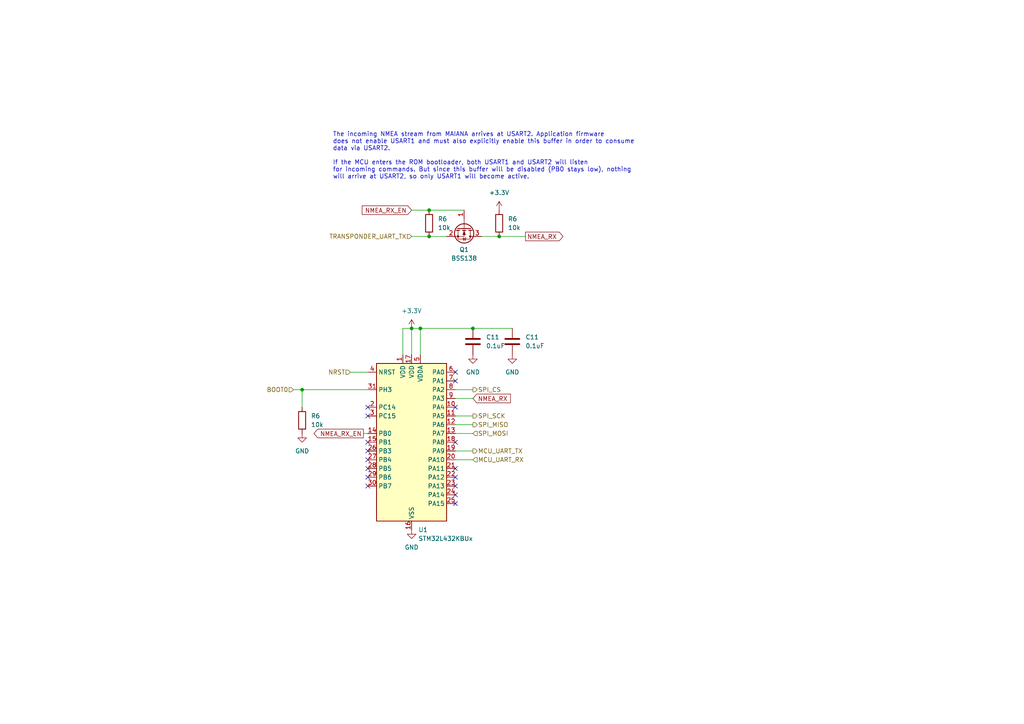
<source format=kicad_sch>
(kicad_sch (version 20230121) (generator eeschema)
  (paper "A4")
  (title_block (title "MAIANA NMEA2000 Adapter") (date "2023-09-23") (rev "8") (company "Maverick Labs LLC"))
  (lib_symbols
    (symbol "Device:C" (pin_numbers hide) (pin_names (offset 0.254))
      (property "Reference" "C" (at 0.635 2.54 0))
      (property "Value" "C" (at 0.635 -2.54 0))
      (symbol "C_0_1"
        (polyline (pts (xy -2.032 -0.762) (xy 2.032 -0.762)) (stroke (width 0.508)))
        (polyline (pts (xy -2.032 0.762) (xy 2.032 0.762)) (stroke (width 0.508)))
      )
      (symbol "C_1_1"
        (pin passive line (at 0 3.81 270) (length 2.794) (name "~") (number "1"))
        (pin passive line (at 0 -3.81 90) (length 2.794) (name "~") (number "2"))
      )
    )
    (symbol "Device:R" (pin_numbers hide) (pin_names (offset 0))
      (property "Reference" "R" (at 2.032 0 90))
      (property "Value" "R" (at 0 0 90))
      (symbol "R_0_1"
        (rectangle (start -1.016 -2.54) (end 1.016 2.54) (stroke (width 0.254)))
      )
      (symbol "R_1_1"
        (pin passive line (at 0 3.81 270) (length 1.27) (name "~") (number "1"))
        (pin passive line (at 0 -3.81 90) (length 1.27) (name "~") (number "2"))
      )
    )
    (symbol "MCU_ST_STM32L4:STM32L432KBUx"
      (property "Reference" "U" (at -10.16 24.13 0))
      (property "Value" "STM32L432KBUx" (at 5.08 24.13 0))
      (symbol "STM32L432KBUx_0_1"
        (rectangle (start -10.16 -22.86) (end 10.16 22.86) (stroke (width 0.254)) (fill (type background)))
      )
      (symbol "STM32L432KBUx_1_1"
        (pin power_in line (at -2.54 25.4 270) (length 2.54) (name "VDD") (number "1"))
        (pin bidirectional line (at 12.7 10.16 180) (length 2.54) (name "PA4") (number "10"))
        (pin bidirectional line (at 12.7 7.62 180) (length 2.54) (name "PA5") (number "11"))
        (pin bidirectional line (at 12.7 5.08 180) (length 2.54) (name "PA6") (number "12"))
        (pin bidirectional line (at 12.7 2.54 180) (length 2.54) (name "PA7") (number "13"))
        (pin bidirectional line (at -12.7 2.54 0) (length 2.54) (name "PB0") (number "14"))
        (pin bidirectional line (at -12.7 0 0) (length 2.54) (name "PB1") (number "15"))
        (pin power_in line (at 0 -25.4 90) (length 2.54) (name "VSS") (number "16"))
        (pin power_in line (at 0 25.4 270) (length 2.54) (name "VDD") (number "17"))
        (pin bidirectional line (at 12.7 0 180) (length 2.54) (name "PA8") (number "18"))
        (pin bidirectional line (at 12.7 -2.54 180) (length 2.54) (name "PA9") (number "19"))
        (pin bidirectional line (at -12.7 10.16 0) (length 2.54) (name "PC14") (number "2"))
        (pin bidirectional line (at 12.7 -5.08 180) (length 2.54) (name "PA10") (number "20"))
        (pin bidirectional line (at 12.7 -7.62 180) (length 2.54) (name "PA11") (number "21"))
        (pin bidirectional line (at 12.7 -10.16 180) (length 2.54) (name "PA12") (number "22"))
        (pin bidirectional line (at 12.7 -12.7 180) (length 2.54) (name "PA13") (number "23"))
        (pin bidirectional line (at 12.7 -15.24 180) (length 2.54) (name "PA14") (number "24"))
        (pin bidirectional line (at 12.7 -17.78 180) (length 2.54) (name "PA15") (number "25"))
        (pin bidirectional line (at -12.7 -2.54 0) (length 2.54) (name "PB3") (number "26"))
        (pin bidirectional line (at -12.7 -5.08 0) (length 2.54) (name "PB4") (number "27"))
        (pin bidirectional line (at -12.7 -7.62 0) (length 2.54) (name "PB5") (number "28"))
        (pin bidirectional line (at -12.7 -10.16 0) (length 2.54) (name "PB6") (number "29"))
        (pin bidirectional line (at -12.7 7.62 0) (length 2.54) (name "PC15") (number "3"))
        (pin bidirectional line (at -12.7 -12.7 0) (length 2.54) (name "PB7") (number "30"))
        (pin bidirectional line (at -12.7 15.24 0) (length 2.54) (name "PH3") (number "31"))
        (pin passive line (at 0 -25.4 90) (length 2.54) hide (name "VSS") (number "32"))
        (pin passive line (at 0 -25.4 90) (length 2.54) hide (name "VSS") (number "33"))
        (pin input line (at -12.7 20.32 0) (length 2.54) (name "NRST") (number "4"))
        (pin power_in line (at 2.54 25.4 270) (length 2.54) (name "VDDA") (number "5"))
        (pin bidirectional line (at 12.7 20.32 180) (length 2.54) (name "PA0") (number "6"))
        (pin bidirectional line (at 12.7 17.78 180) (length 2.54) (name "PA1") (number "7"))
        (pin bidirectional line (at 12.7 15.24 180) (length 2.54) (name "PA2") (number "8"))
        (pin bidirectional line (at 12.7 12.7 180) (length 2.54) (name "PA3") (number "9"))
      )
    )
    (symbol "Transistor_FET:BSS138" (pin_names hide)
      (property "Reference" "Q" (at 5.08 1.905 0))
      (property "Value" "BSS138" (at 5.08 0 0))
      (symbol "BSS138_0_1"
        (polyline (pts (xy 0.254 0) (xy -2.54 0)))
        (polyline (pts (xy 0.254 1.905) (xy 0.254 -1.905)) (stroke (width 0.254)))
        (polyline (pts (xy 0.762 -1.27) (xy 0.762 -2.286)) (stroke (width 0.254)))
        (polyline (pts (xy 0.762 0.508) (xy 0.762 -0.508)) (stroke (width 0.254)))
        (polyline (pts (xy 0.762 2.286) (xy 0.762 1.27)) (stroke (width 0.254)))
        (polyline (pts (xy 2.54 2.54) (xy 2.54 1.778)))
        (polyline (pts (xy 2.54 -2.54) (xy 2.54 0) (xy 0.762 0)))
        (polyline (pts (xy 0.762 -1.778) (xy 3.302 -1.778) (xy 3.302 1.778) (xy 0.762 1.778)))
        (polyline (pts (xy 1.016 0) (xy 2.032 0.381) (xy 2.032 -0.381) (xy 1.016 0)) (fill (type outline)))
        (polyline (pts (xy 2.794 0.508) (xy 2.921 0.381) (xy 3.683 0.381) (xy 3.81 0.254)))
        (polyline (pts (xy 3.302 0.381) (xy 2.921 -0.254) (xy 3.683 -0.254) (xy 3.302 0.381)))
        (circle (center 1.651 0) (radius 2.794) (stroke (width 0.254)))
        (circle (center 2.54 -1.778) (radius 0.254) (fill (type outline)))
        (circle (center 2.54 1.778) (radius 0.254) (fill (type outline)))
      )
      (symbol "BSS138_1_1"
        (pin input line (at -5.08 0 0) (length 2.54) (name "G") (number "1"))
        (pin passive line (at 2.54 -5.08 90) (length 2.54) (name "S") (number "2"))
        (pin passive line (at 2.54 5.08 270) (length 2.54) (name "D") (number "3"))
      )
    )
    (symbol "power:+3.3V" (power) (pin_names (offset 0))
      (property "Value" "+3.3V" (at 0 3.556 0))
      (symbol "+3.3V_0_1"
        (polyline (pts (xy -0.762 1.27) (xy 0 2.54)))
        (polyline (pts (xy 0 0) (xy 0 2.54)))
        (polyline (pts (xy 0 2.54) (xy 0.762 1.27)))
      )
      (symbol "+3.3V_1_1"
        (pin power_in line (at 0 0 90) (length 0) hide (name "+3.3V") (number "1"))
      )
    )
    (symbol "power:GND" (power) (pin_names (offset 0))
      (property "Value" "GND" (at 0 -3.81 0))
      (symbol "GND_0_1"
        (polyline (pts (xy 0 0) (xy 0 -1.27) (xy 1.27 -1.27) (xy 0 -2.54) (xy -1.27 -1.27) (xy 0 -1.27)))
      )
      (symbol "GND_1_1"
        (pin power_in line (at 0 0 270) (length 0) hide (name "GND") (number "1"))
      )
    )
  )
  (junction (at 124.46 68.58))
  (junction (at 87.63 113.03))
  (junction (at 119.38 95.25))
  (junction (at 144.78 68.58))
  (junction (at 124.46 60.96))
  (junction (at 137.16 95.25))
  (junction (at 121.92 95.25))
  (no_connect (at 132.08 135.89))
  (no_connect (at 132.08 128.27))
  (no_connect (at 106.68 133.35))
  (no_connect (at 106.68 135.89))
  (no_connect (at 132.08 140.97))
  (no_connect (at 132.08 118.11))
  (no_connect (at 106.68 128.27))
  (no_connect (at 106.68 118.11))
  (no_connect (at 132.08 110.49))
  (no_connect (at 106.68 138.43))
  (no_connect (at 132.08 146.05))
  (no_connect (at 132.08 107.95))
  (no_connect (at 132.08 138.43))
  (no_connect (at 106.68 120.65))
  (no_connect (at 106.68 140.97))
  (no_connect (at 132.08 143.51))
  (no_connect (at 106.68 130.81))
  (wire (pts (xy 132.08 133.35) (xy 137.16 133.35)))
  (wire (pts (xy 116.84 102.87) (xy 116.84 95.25)))
  (wire (pts (xy 116.84 95.25) (xy 119.38 95.25)))
  (wire (pts (xy 121.92 102.87) (xy 121.92 95.25)))
  (wire (pts (xy 144.78 68.58) (xy 152.4 68.58)))
  (wire (pts (xy 105.41 125.73) (xy 106.68 125.73)))
  (wire (pts (xy 137.16 95.25) (xy 148.59 95.25)))
  (wire (pts (xy 119.38 68.58) (xy 124.46 68.58)))
  (wire (pts (xy 132.08 120.65) (xy 137.16 120.65)))
  (wire (pts (xy 132.08 125.73) (xy 137.16 125.73)))
  (wire (pts (xy 132.08 130.81) (xy 137.16 130.81)))
  (wire (pts (xy 101.6 107.95) (xy 106.68 107.95)))
  (wire (pts (xy 124.46 68.58) (xy 129.54 68.58)))
  (wire (pts (xy 132.08 115.57) (xy 137.16 115.57)))
  (wire (pts (xy 119.38 95.25) (xy 119.38 102.87)))
  (wire (pts (xy 132.08 113.03) (xy 137.16 113.03)))
  (wire (pts (xy 121.92 95.25) (xy 119.38 95.25)))
  (wire (pts (xy 85.09 113.03) (xy 87.63 113.03)))
  (wire (pts (xy 124.46 60.96) (xy 134.62 60.96)))
  (wire (pts (xy 119.38 60.96) (xy 124.46 60.96)))
  (wire (pts (xy 121.92 95.25) (xy 137.16 95.25)))
  (wire (pts (xy 87.63 113.03) (xy 87.63 118.11)))
  (wire (pts (xy 87.63 113.03) (xy 106.68 113.03)))
  (wire (pts (xy 139.7 68.58) (xy 144.78 68.58)))
  (wire (pts (xy 132.08 123.19) (xy 137.16 123.19)))
  (text "The incoming NMEA stream from MAIANA arrives at USART2. Application firmware\ndoes not enable USART1 and must also explicitly enable this buffer in order to consume\ndata via USART2.\n\nIf the MCU enters the ROM bootloader, both USART1 and USART2 will listen\nfor incoming commands. But since this buffer will be disabled (PB0 stays low), nothing\nwill arrive at USART2, so only USART1 will become active." (at 96.52 52.07 0) (effects (font (size 1.27 1.27)) (justify left bottom)))
  (global_label "NMEA_RX" (shape input) (at 137.16 115.57 0) (property "Intersheetrefs" "${INTERSHEET_REFS}" (effects hide)))
  (global_label "NMEA_RX_EN" (shape input) (at 119.38 60.96 180) (property "Intersheetrefs" "${INTERSHEET_REFS}" (effects hide)))
  (global_label "NMEA_RX_EN" (shape output) (at 105.41 125.73 180) (property "Intersheetrefs" "${INTERSHEET_REFS}" (effects hide)))
  (global_label "NMEA_RX" (shape output) (at 152.4 68.58 0) (property "Intersheetrefs" "${INTERSHEET_REFS}" (effects hide)))
  (hierarchical_label "MCU_UART_TX" (shape output) (at 137.16 130.81 0))
  (hierarchical_label "MCU_UART_RX" (shape input) (at 137.16 133.35 0))
  (hierarchical_label "TRANSPONDER_UART_TX" (shape input) (at 119.38 68.58 180))
  (hierarchical_label "SPI_MOSI" (shape input) (at 137.16 125.73 0))
  (hierarchical_label "BOOT0" (shape input) (at 85.09 113.03 180))
  (hierarchical_label "SPI_MISO" (shape output) (at 137.16 123.19 0))
  (hierarchical_label "SPI_SCK" (shape output) (at 137.16 120.65 0))
  (hierarchical_label "NRST" (shape input) (at 101.6 107.95 180))
  (hierarchical_label "SPI_CS" (shape output) (at 137.16 113.03 0))
  (symbol (lib_id "power:GND") (at 137.16 102.87 0) (unit 1)
    (property "Reference" "#PWR052" (effects hide))
    (property "Value" "GND" (at 137.16 107.95 0))
  )
  (symbol (lib_id "power:+3.3V") (at 144.78 60.96 0) (unit 1)
    (property "Reference" "#PWR055" (effects hide))
    (property "Value" "+3.3V" (at 144.78 55.88 0))
  )
  (symbol (lib_id "Device:R") (at 87.63 121.92 0) (unit 1)
    (property "Reference" "R6" (at 90.17 120.65 0) (effects (justify left)))
    (property "Value" "10k" (at 90.17 123.19 0) (effects (justify left)))
    (property "Footprint" "Resistor_SMD:R_0603_1608Metric" (effects hide))
    (instances (project "NMEA2000Adapter-8.1" (path "" (reference "R6") (unit 1)) (path "" (reference "R8") (unit 1))))
  )
  (symbol (lib_id "Device:R") (at 124.46 64.77 0) (unit 1)
    (property "Reference" "R6" (at 127 63.5 0) (effects (justify left)))
    (property "Value" "10k" (at 127 66.04 0) (effects (justify left)))
    (property "Footprint" "Resistor_SMD:R_0603_1608Metric" (effects hide))
    (instances (project "NMEA2000Adapter-8.1" (path "" (reference "R6") (unit 1)) (path "" (reference "R9") (unit 1))))
  )
  (symbol (lib_id "power:GND") (at 119.38 153.67 0) (unit 1)
    (property "Reference" "#PWR050" (effects hide))
    (property "Value" "GND" (at 119.38 158.75 0))
  )
  (symbol (lib_id "MCU_ST_STM32L4:STM32L432KBUx") (at 119.38 128.27 0) (unit 1)
    (property "Reference" "U1" (at 121.3359 153.67 0) (effects (justify left)))
    (property "Value" "STM32L432KBUx" (at 121.3359 156.21 0) (effects (justify left)))
    (property "Footprint" "Package_DFN_QFN:QFN-32-1EP_5x5mm_P0.5mm_EP3.45x3.45mm" (effects hide))
    (property "Datasheet" "https://www.st.com/resource/en/datasheet/stm32l432kb.pdf" (effects hide))
  )
  (symbol (lib_id "power:+3.3V") (at 119.38 95.25 0) (unit 1)
    (property "Reference" "#PWR051" (effects hide))
    (property "Value" "+3.3V" (at 119.38 90.17 0))
  )
  (symbol (lib_id "power:GND") (at 148.59 102.87 0) (unit 1)
    (property "Reference" "#PWR053" (effects hide))
    (property "Value" "GND" (at 148.59 107.95 0))
  )
  (symbol (lib_id "power:GND") (at 87.63 125.73 0) (unit 1)
    (property "Reference" "#PWR054" (effects hide))
    (property "Value" "GND" (at 87.63 130.81 0))
  )
  (symbol (lib_id "Device:C") (at 137.16 99.06 0) (unit 1)
    (property "Reference" "C11" (at 140.97 97.79 0) (effects (justify left)))
    (property "Value" "0.1uF" (at 140.97 100.33 0) (effects (justify left)))
    (property "Footprint" "Capacitor_SMD:C_0603_1608Metric" (effects hide))
    (instances (project "NMEA2000Adapter-8.1" (path "" (reference "C11") (unit 1)) (path "" (reference "C12") (unit 1))))
  )
  (symbol (lib_id "Device:R") (at 144.78 64.77 0) (unit 1)
    (property "Reference" "R6" (at 147.32 63.5 0) (effects (justify left)))
    (property "Value" "10k" (at 147.32 66.04 0) (effects (justify left)))
    (property "Footprint" "Resistor_SMD:R_0603_1608Metric" (effects hide))
    (instances (project "NMEA2000Adapter-8.1" (path "" (reference "R6") (unit 1)) (path "" (reference "R10") (unit 1))))
  )
  (symbol (lib_id "Device:C") (at 148.59 99.06 0) (unit 1)
    (property "Reference" "C11" (at 152.4 97.79 0) (effects (justify left)))
    (property "Value" "0.1uF" (at 152.4 100.33 0) (effects (justify left)))
    (property "Footprint" "Capacitor_SMD:C_0603_1608Metric" (effects hide))
    (instances (project "NMEA2000Adapter-8.1" (path "" (reference "C11") (unit 1)) (path "" (reference "C13") (unit 1))))
  )
  (symbol (lib_id "Transistor_FET:BSS138") (at 134.62 66.04 270) (unit 1)
    (property "Reference" "Q1" (at 134.62 72.39 90))
    (property "Value" "BSS138" (at 134.62 74.93 90))
    (property "Footprint" "Package_TO_SOT_SMD:SOT-23" (effects hide))
    (property "Datasheet" "https://www.onsemi.com/pub/Collateral/BSS138-D.PDF" (effects hide))
    (instances (project "NMEA2000Adapter-8.1" (path "" (reference "Q1") (unit 1)) (path "" (reference "Q3") (unit 1))))
  )
)
</source>
